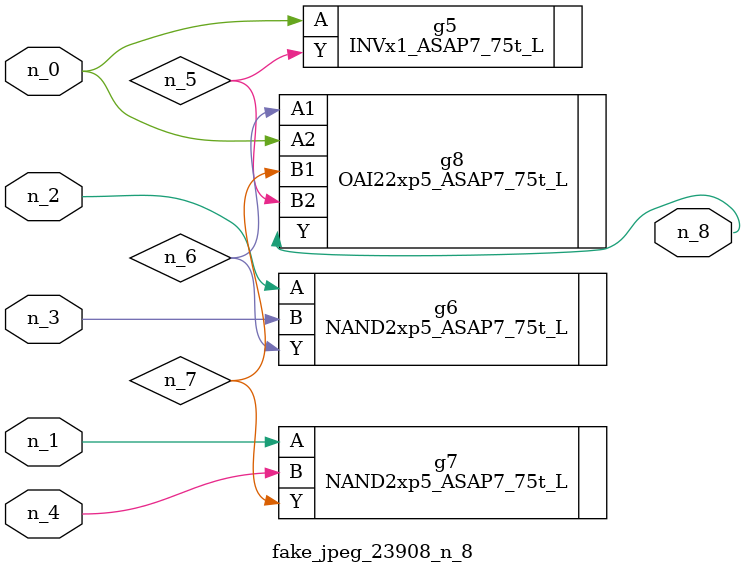
<source format=v>
module fake_jpeg_23908_n_8 (n_3, n_2, n_1, n_0, n_4, n_8);

input n_3;
input n_2;
input n_1;
input n_0;
input n_4;

output n_8;

wire n_6;
wire n_5;
wire n_7;

INVx1_ASAP7_75t_L g5 ( 
.A(n_0),
.Y(n_5)
);

NAND2xp5_ASAP7_75t_L g6 ( 
.A(n_2),
.B(n_3),
.Y(n_6)
);

NAND2xp5_ASAP7_75t_L g7 ( 
.A(n_1),
.B(n_4),
.Y(n_7)
);

OAI22xp5_ASAP7_75t_L g8 ( 
.A1(n_6),
.A2(n_0),
.B1(n_7),
.B2(n_5),
.Y(n_8)
);


endmodule
</source>
